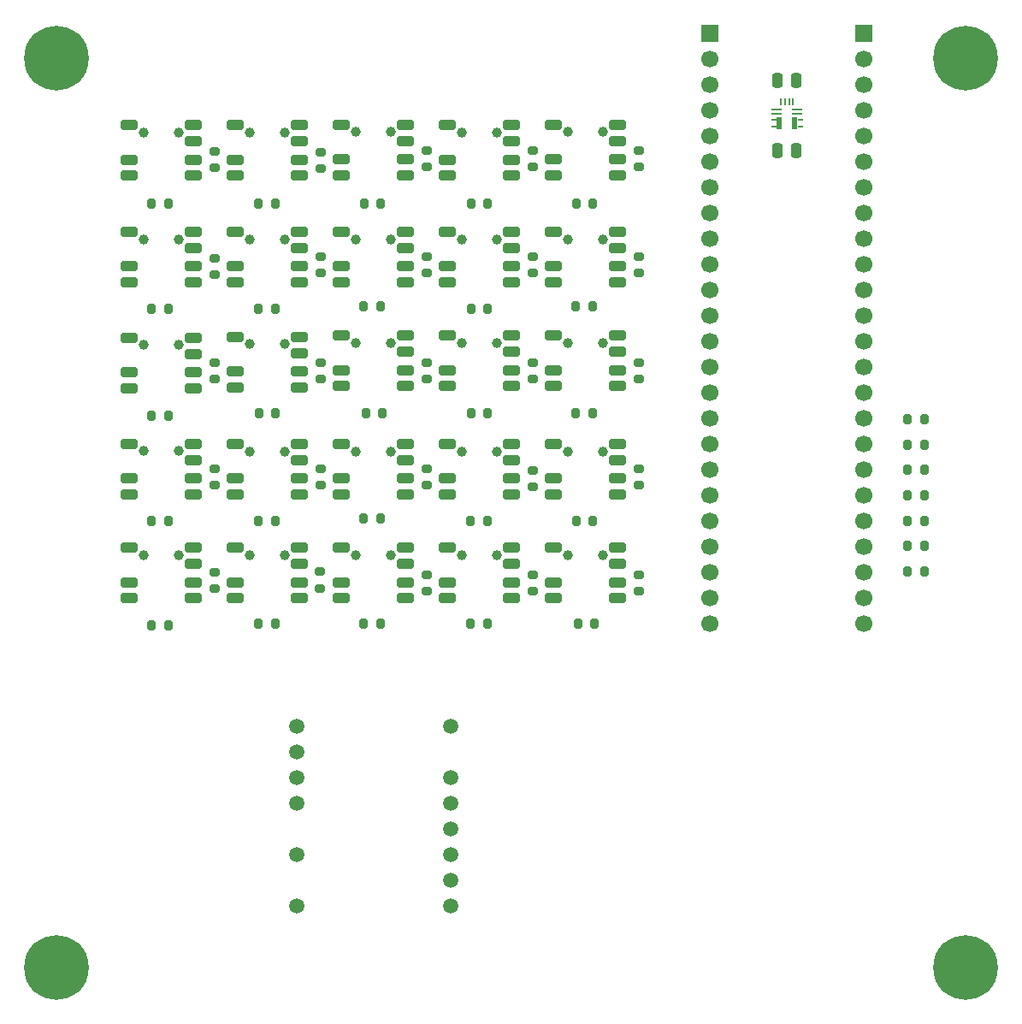
<source format=gbr>
%TF.GenerationSoftware,KiCad,Pcbnew,9.0.6*%
%TF.CreationDate,2026-02-05T23:01:48+01:00*%
%TF.ProjectId,BrakeoutBoard,4272616b-656f-4757-9442-6f6172642e6b,rev?*%
%TF.SameCoordinates,Original*%
%TF.FileFunction,Soldermask,Top*%
%TF.FilePolarity,Negative*%
%FSLAX46Y46*%
G04 Gerber Fmt 4.6, Leading zero omitted, Abs format (unit mm)*
G04 Created by KiCad (PCBNEW 9.0.6) date 2026-02-05 23:01:48*
%MOMM*%
%LPD*%
G01*
G04 APERTURE LIST*
G04 Aperture macros list*
%AMRoundRect*
0 Rectangle with rounded corners*
0 $1 Rounding radius*
0 $2 $3 $4 $5 $6 $7 $8 $9 X,Y pos of 4 corners*
0 Add a 4 corners polygon primitive as box body*
4,1,4,$2,$3,$4,$5,$6,$7,$8,$9,$2,$3,0*
0 Add four circle primitives for the rounded corners*
1,1,$1+$1,$2,$3*
1,1,$1+$1,$4,$5*
1,1,$1+$1,$6,$7*
1,1,$1+$1,$8,$9*
0 Add four rect primitives between the rounded corners*
20,1,$1+$1,$2,$3,$4,$5,0*
20,1,$1+$1,$4,$5,$6,$7,0*
20,1,$1+$1,$6,$7,$8,$9,0*
20,1,$1+$1,$8,$9,$2,$3,0*%
G04 Aperture macros list end*
%ADD10RoundRect,0.200000X-0.200000X-0.275000X0.200000X-0.275000X0.200000X0.275000X-0.200000X0.275000X0*%
%ADD11RoundRect,0.200000X-0.275000X0.200000X-0.275000X-0.200000X0.275000X-0.200000X0.275000X0.200000X0*%
%ADD12C,1.000000*%
%ADD13RoundRect,0.150000X-0.675000X-0.350000X0.675000X-0.350000X0.675000X0.350000X-0.675000X0.350000X0*%
%ADD14C,0.800000*%
%ADD15C,6.400000*%
%ADD16RoundRect,0.250000X0.250000X0.475000X-0.250000X0.475000X-0.250000X-0.475000X0.250000X-0.475000X0*%
%ADD17C,1.500000*%
%ADD18R,1.050000X0.200000*%
%ADD19R,0.500000X0.250000*%
%ADD20R,0.200000X0.700000*%
%ADD21R,0.550000X1.200000*%
%ADD22C,1.700000*%
%ADD23R,1.700000X1.700000*%
G04 APERTURE END LIST*
D10*
%TO.C,R8*%
X100100000Y-99500000D03*
X101750000Y-99500000D03*
%TD*%
%TO.C,R27*%
X174962500Y-104510000D03*
X176612500Y-104510000D03*
%TD*%
D11*
%TO.C,R36*%
X127312500Y-104837500D03*
X127312500Y-106487500D03*
%TD*%
%TO.C,R19*%
X116802500Y-104562500D03*
X116802500Y-106212500D03*
%TD*%
D10*
%TO.C,R35*%
X121125000Y-99300000D03*
X122775000Y-99300000D03*
%TD*%
D11*
%TO.C,R44*%
X137812500Y-94512500D03*
X137812500Y-96162500D03*
%TD*%
D10*
%TO.C,R31*%
X121100000Y-78300000D03*
X122750000Y-78300000D03*
%TD*%
%TO.C,R20*%
X110700000Y-109700000D03*
X112350000Y-109700000D03*
%TD*%
D11*
%TO.C,R50*%
X148312500Y-73362500D03*
X148312500Y-75012500D03*
%TD*%
%TO.C,R30*%
X127312500Y-73337500D03*
X127312500Y-74987500D03*
%TD*%
D12*
%TO.C,U20*%
X130812500Y-81887500D03*
X134312500Y-81887500D03*
D13*
X129387500Y-81187500D03*
X129387500Y-84587500D03*
X129387500Y-86187500D03*
X135737500Y-86187500D03*
X135737500Y-84587500D03*
X135737500Y-82787500D03*
X135737500Y-81187500D03*
%TD*%
D12*
%TO.C,U23*%
X141312500Y-61037500D03*
X144812500Y-61037500D03*
D13*
X139887500Y-60337500D03*
X139887500Y-63737500D03*
X139887500Y-65337500D03*
X146237500Y-65337500D03*
X146237500Y-63737500D03*
X146237500Y-61937500D03*
X146237500Y-60337500D03*
%TD*%
D10*
%TO.C,R21*%
X174962500Y-89450000D03*
X176612500Y-89450000D03*
%TD*%
%TO.C,R53*%
X142100000Y-88900000D03*
X143750000Y-88900000D03*
%TD*%
D12*
%TO.C,U3*%
X99312500Y-82087500D03*
X102812500Y-82087500D03*
D13*
X97887500Y-81387500D03*
X97887500Y-84787500D03*
X97887500Y-86387500D03*
X104237500Y-86387500D03*
X104237500Y-84787500D03*
X104237500Y-82987500D03*
X104237500Y-81387500D03*
%TD*%
D11*
%TO.C,R38*%
X137812500Y-62837500D03*
X137812500Y-64487500D03*
%TD*%
D10*
%TO.C,R45*%
X131700000Y-99500000D03*
X133350000Y-99500000D03*
%TD*%
D12*
%TO.C,U26*%
X141312500Y-92637500D03*
X144812500Y-92637500D03*
D13*
X139887500Y-91937500D03*
X139887500Y-95337500D03*
X139887500Y-96937500D03*
X146237500Y-96937500D03*
X146237500Y-95337500D03*
X146237500Y-93537500D03*
X146237500Y-91937500D03*
%TD*%
D12*
%TO.C,U10*%
X109812500Y-102887500D03*
X113312500Y-102887500D03*
D13*
X108387500Y-102187500D03*
X108387500Y-105587500D03*
X108387500Y-107187500D03*
X114737500Y-107187500D03*
X114737500Y-105587500D03*
X114737500Y-103787500D03*
X114737500Y-102187500D03*
%TD*%
D10*
%TO.C,R49*%
X142125000Y-68100000D03*
X143775000Y-68100000D03*
%TD*%
D12*
%TO.C,U24*%
X141312500Y-71637500D03*
X144812500Y-71637500D03*
D13*
X139887500Y-70937500D03*
X139887500Y-74337500D03*
X139887500Y-75937500D03*
X146237500Y-75937500D03*
X146237500Y-74337500D03*
X146237500Y-72537500D03*
X146237500Y-70937500D03*
%TD*%
D10*
%TO.C,R23*%
X174962500Y-94470000D03*
X176612500Y-94470000D03*
%TD*%
%TO.C,R57*%
X142300000Y-109700000D03*
X143950000Y-109700000D03*
%TD*%
D11*
%TO.C,R52*%
X148312500Y-83837500D03*
X148312500Y-85487500D03*
%TD*%
%TO.C,R32*%
X127312500Y-83837500D03*
X127312500Y-85487500D03*
%TD*%
D12*
%TO.C,U4*%
X99312500Y-92587500D03*
X102812500Y-92587500D03*
D13*
X97887500Y-91887500D03*
X97887500Y-95287500D03*
X97887500Y-96887500D03*
X104237500Y-96887500D03*
X104237500Y-95287500D03*
X104237500Y-93487500D03*
X104237500Y-91887500D03*
%TD*%
D10*
%TO.C,R47*%
X131700000Y-109700000D03*
X133350000Y-109700000D03*
%TD*%
D11*
%TO.C,R3*%
X106312500Y-73512500D03*
X106312500Y-75162500D03*
%TD*%
%TO.C,R34*%
X127312500Y-94337500D03*
X127312500Y-95987500D03*
%TD*%
D10*
%TO.C,R25*%
X174962500Y-99490000D03*
X176612500Y-99490000D03*
%TD*%
D14*
%TO.C,H3*%
X88312500Y-143700000D03*
X89015444Y-142002944D03*
X89015444Y-145397056D03*
X90712500Y-141300000D03*
D15*
X90712500Y-143700000D03*
D14*
X90712500Y-146100000D03*
X92409556Y-142002944D03*
X92409556Y-145397056D03*
X93112500Y-143700000D03*
%TD*%
D12*
%TO.C,U6*%
X109812500Y-61062500D03*
X113312500Y-61062500D03*
D13*
X108387500Y-60362500D03*
X108387500Y-63762500D03*
X108387500Y-65362500D03*
X114737500Y-65362500D03*
X114737500Y-63762500D03*
X114737500Y-61962500D03*
X114737500Y-60362500D03*
%TD*%
D11*
%TO.C,R28*%
X127312500Y-62837500D03*
X127312500Y-64487500D03*
%TD*%
D10*
%TO.C,R29*%
X121150000Y-68100000D03*
X122800000Y-68100000D03*
%TD*%
D11*
%TO.C,R46*%
X137812500Y-104837500D03*
X137812500Y-106487500D03*
%TD*%
D12*
%TO.C,U13*%
X120312500Y-61037500D03*
X123812500Y-61037500D03*
D13*
X118887500Y-60337500D03*
X118887500Y-63737500D03*
X118887500Y-65337500D03*
X125237500Y-65337500D03*
X125237500Y-63737500D03*
X125237500Y-61937500D03*
X125237500Y-60337500D03*
%TD*%
D12*
%TO.C,U19*%
X130812500Y-71637500D03*
X134312500Y-71637500D03*
D13*
X129387500Y-70937500D03*
X129387500Y-74337500D03*
X129387500Y-75937500D03*
X135737500Y-75937500D03*
X135737500Y-74337500D03*
X135737500Y-72537500D03*
X135737500Y-70937500D03*
%TD*%
D16*
%TO.C,C1*%
X163962500Y-55900000D03*
X162062500Y-55900000D03*
%TD*%
D12*
%TO.C,U25*%
X141312500Y-81887500D03*
X144812500Y-81887500D03*
D13*
X139887500Y-81187500D03*
X139887500Y-84587500D03*
X139887500Y-86187500D03*
X146237500Y-86187500D03*
X146237500Y-84587500D03*
X146237500Y-82787500D03*
X146237500Y-81187500D03*
%TD*%
D11*
%TO.C,R42*%
X137812500Y-83837500D03*
X137812500Y-85487500D03*
%TD*%
D10*
%TO.C,R41*%
X131725000Y-78500000D03*
X133375000Y-78500000D03*
%TD*%
%TO.C,R2*%
X100125000Y-68100000D03*
X101775000Y-68100000D03*
%TD*%
%TO.C,R39*%
X131725000Y-68100000D03*
X133375000Y-68100000D03*
%TD*%
D11*
%TO.C,R48*%
X148312500Y-62837500D03*
X148312500Y-64487500D03*
%TD*%
D10*
%TO.C,R55*%
X142125000Y-99500000D03*
X143775000Y-99500000D03*
%TD*%
D11*
%TO.C,R1*%
X106312500Y-62912500D03*
X106312500Y-64562500D03*
%TD*%
D10*
%TO.C,R10*%
X100125000Y-109900000D03*
X101775000Y-109900000D03*
%TD*%
%TO.C,R37*%
X121125000Y-109700000D03*
X122775000Y-109700000D03*
%TD*%
D12*
%TO.C,U9*%
X109812500Y-92637500D03*
X113312500Y-92637500D03*
D13*
X108387500Y-91937500D03*
X108387500Y-95337500D03*
X108387500Y-96937500D03*
X114737500Y-96937500D03*
X114737500Y-95337500D03*
X114737500Y-93537500D03*
X114737500Y-91937500D03*
%TD*%
D12*
%TO.C,U22*%
X130812500Y-102887500D03*
X134312500Y-102887500D03*
D13*
X129387500Y-102187500D03*
X129387500Y-105587500D03*
X129387500Y-107187500D03*
X135737500Y-107187500D03*
X135737500Y-105587500D03*
X135737500Y-103787500D03*
X135737500Y-102187500D03*
%TD*%
D11*
%TO.C,R9*%
X106312500Y-104587500D03*
X106312500Y-106237500D03*
%TD*%
D12*
%TO.C,U2*%
X99312500Y-71637500D03*
X102812500Y-71637500D03*
D13*
X97887500Y-70937500D03*
X97887500Y-74337500D03*
X97887500Y-75937500D03*
X104237500Y-75937500D03*
X104237500Y-74337500D03*
X104237500Y-72537500D03*
X104237500Y-70937500D03*
%TD*%
D10*
%TO.C,R4*%
X100100000Y-78500000D03*
X101750000Y-78500000D03*
%TD*%
D14*
%TO.C,H1*%
X88312500Y-53700000D03*
X89015444Y-52002944D03*
X89015444Y-55397056D03*
X90712500Y-51300000D03*
D15*
X90712500Y-53700000D03*
D14*
X90712500Y-56100000D03*
X92409556Y-52002944D03*
X92409556Y-55397056D03*
X93112500Y-53700000D03*
%TD*%
D11*
%TO.C,R15*%
X116812500Y-83837500D03*
X116812500Y-85487500D03*
%TD*%
D10*
%TO.C,R12*%
X110700000Y-68100000D03*
X112350000Y-68100000D03*
%TD*%
D12*
%TO.C,U1*%
X99312500Y-61062500D03*
X102812500Y-61062500D03*
D13*
X97887500Y-60362500D03*
X97887500Y-63762500D03*
X97887500Y-65362500D03*
X104237500Y-65362500D03*
X104237500Y-63762500D03*
X104237500Y-61962500D03*
X104237500Y-60362500D03*
%TD*%
D10*
%TO.C,R14*%
X110700000Y-78500000D03*
X112350000Y-78500000D03*
%TD*%
%TO.C,R43*%
X131725000Y-88900000D03*
X133375000Y-88900000D03*
%TD*%
D12*
%TO.C,U17*%
X120312500Y-102887500D03*
X123812500Y-102887500D03*
D13*
X118887500Y-102187500D03*
X118887500Y-105587500D03*
X118887500Y-107187500D03*
X125237500Y-107187500D03*
X125237500Y-105587500D03*
X125237500Y-103787500D03*
X125237500Y-102187500D03*
%TD*%
D12*
%TO.C,U16*%
X120312500Y-92637500D03*
X123812500Y-92637500D03*
D13*
X118887500Y-91937500D03*
X118887500Y-95337500D03*
X118887500Y-96937500D03*
X125237500Y-96937500D03*
X125237500Y-95337500D03*
X125237500Y-93537500D03*
X125237500Y-91937500D03*
%TD*%
D10*
%TO.C,R18*%
X110700000Y-99500000D03*
X112350000Y-99500000D03*
%TD*%
D11*
%TO.C,R56*%
X148312500Y-104837500D03*
X148312500Y-106487500D03*
%TD*%
D10*
%TO.C,R51*%
X142100000Y-78300000D03*
X143750000Y-78300000D03*
%TD*%
D17*
%TO.C,U12*%
X114442500Y-119810000D03*
X114442500Y-122350000D03*
X114442500Y-124890000D03*
X114442500Y-127430000D03*
X114442500Y-132510000D03*
X129682500Y-137590000D03*
X114442500Y-137590000D03*
X129682500Y-135050000D03*
X129682500Y-119810000D03*
X129682500Y-132510000D03*
X129682500Y-129970000D03*
X129682500Y-127430000D03*
X129682500Y-124890000D03*
%TD*%
D12*
%TO.C,U5*%
X99312500Y-102887500D03*
X102812500Y-102887500D03*
D13*
X97887500Y-102187500D03*
X97887500Y-105587500D03*
X97887500Y-107187500D03*
X104237500Y-107187500D03*
X104237500Y-105587500D03*
X104237500Y-103787500D03*
X104237500Y-102187500D03*
%TD*%
D12*
%TO.C,U8*%
X109812500Y-82037500D03*
X113312500Y-82037500D03*
D13*
X108387500Y-81337500D03*
X108387500Y-84737500D03*
X108387500Y-86337500D03*
X114737500Y-86337500D03*
X114737500Y-84737500D03*
X114737500Y-82937500D03*
X114737500Y-81337500D03*
%TD*%
D12*
%TO.C,U14*%
X120312500Y-71637500D03*
X123812500Y-71637500D03*
D13*
X118887500Y-70937500D03*
X118887500Y-74337500D03*
X118887500Y-75937500D03*
X125237500Y-75937500D03*
X125237500Y-74337500D03*
X125237500Y-72537500D03*
X125237500Y-70937500D03*
%TD*%
D11*
%TO.C,R11*%
X116812500Y-63012500D03*
X116812500Y-64662500D03*
%TD*%
D16*
%TO.C,C2*%
X163962500Y-62900000D03*
X162062500Y-62900000D03*
%TD*%
D12*
%TO.C,U27*%
X141312500Y-102887500D03*
X144812500Y-102887500D03*
D13*
X139887500Y-102187500D03*
X139887500Y-105587500D03*
X139887500Y-107187500D03*
X146237500Y-107187500D03*
X146237500Y-105587500D03*
X146237500Y-103787500D03*
X146237500Y-102187500D03*
%TD*%
D12*
%TO.C,U7*%
X109822500Y-71637500D03*
X113322500Y-71637500D03*
D13*
X108397500Y-70937500D03*
X108397500Y-74337500D03*
X108397500Y-75937500D03*
X114747500Y-75937500D03*
X114747500Y-74337500D03*
X114747500Y-72537500D03*
X114747500Y-70937500D03*
%TD*%
D14*
%TO.C,H4*%
X178312500Y-143700000D03*
X179015444Y-142002944D03*
X179015444Y-145397056D03*
X180712500Y-141300000D03*
D15*
X180712500Y-143700000D03*
D14*
X180712500Y-146100000D03*
X182409556Y-142002944D03*
X182409556Y-145397056D03*
X183112500Y-143700000D03*
%TD*%
%TO.C,H2*%
X178312500Y-53700000D03*
X179015444Y-52002944D03*
X179015444Y-55397056D03*
X180712500Y-51300000D03*
D15*
X180712500Y-53700000D03*
D14*
X180712500Y-56100000D03*
X182409556Y-52002944D03*
X182409556Y-55397056D03*
X183112500Y-53700000D03*
%TD*%
D12*
%TO.C,U21*%
X130812500Y-92637500D03*
X134312500Y-92637500D03*
D13*
X129387500Y-91937500D03*
X129387500Y-95337500D03*
X129387500Y-96937500D03*
X135737500Y-96937500D03*
X135737500Y-95337500D03*
X135737500Y-93537500D03*
X135737500Y-91937500D03*
%TD*%
D11*
%TO.C,R40*%
X137812500Y-73337500D03*
X137812500Y-74987500D03*
%TD*%
D18*
%TO.C,IC1*%
X161987500Y-58800000D03*
X161987500Y-59200000D03*
D19*
X161712500Y-59850000D03*
X161712500Y-60500000D03*
X164312500Y-60500000D03*
X164312500Y-59850000D03*
D18*
X164037500Y-59200000D03*
X164037500Y-58800000D03*
D20*
X163612500Y-58050000D03*
X163212500Y-58050000D03*
X162812500Y-58050000D03*
X162412500Y-58050000D03*
D21*
X162237500Y-60175000D03*
X163787500Y-60175000D03*
%TD*%
D10*
%TO.C,R6*%
X100100000Y-89100000D03*
X101750000Y-89100000D03*
%TD*%
D11*
%TO.C,R7*%
X106312500Y-94362500D03*
X106312500Y-96012500D03*
%TD*%
D10*
%TO.C,R22*%
X174962500Y-91960000D03*
X176612500Y-91960000D03*
%TD*%
D11*
%TO.C,R5*%
X106312500Y-83837500D03*
X106312500Y-85487500D03*
%TD*%
D10*
%TO.C,R24*%
X174962500Y-96980000D03*
X176612500Y-96980000D03*
%TD*%
D12*
%TO.C,U15*%
X120312500Y-81887500D03*
X123812500Y-81887500D03*
D13*
X118887500Y-81187500D03*
X118887500Y-84587500D03*
X118887500Y-86187500D03*
X125237500Y-86187500D03*
X125237500Y-84587500D03*
X125237500Y-82787500D03*
X125237500Y-81187500D03*
%TD*%
D22*
%TO.C,U11*%
X170582500Y-109670000D03*
X170582500Y-107130000D03*
X170582500Y-104590000D03*
X170582500Y-102050000D03*
X170582500Y-99510000D03*
X170582500Y-96970000D03*
X170582500Y-94430000D03*
X170582500Y-91890000D03*
X170582500Y-89350000D03*
X170582500Y-86810000D03*
X170582500Y-84270000D03*
X170582500Y-81730000D03*
X170582500Y-79190000D03*
X170582500Y-76650000D03*
X170582500Y-74110000D03*
X170582500Y-71570000D03*
X170582500Y-69030000D03*
X170582500Y-66490000D03*
X170582500Y-63950000D03*
X170582500Y-61410000D03*
X170582500Y-58870000D03*
X170582500Y-56330000D03*
X170582500Y-53790000D03*
D23*
X170582500Y-51250000D03*
X155342500Y-51250000D03*
D22*
X155342500Y-53790000D03*
X155342500Y-56330000D03*
X155342500Y-58870000D03*
X155342500Y-61410000D03*
X155342500Y-63950000D03*
X155342500Y-66490000D03*
X155342500Y-69030000D03*
X155342500Y-71570000D03*
X155342500Y-74110000D03*
X155342500Y-76650000D03*
X155342500Y-79190000D03*
X155342500Y-81730000D03*
X155342500Y-84270000D03*
X155342500Y-86810000D03*
X155342500Y-89350000D03*
X155342500Y-91890000D03*
X155342500Y-94430000D03*
X155342500Y-96970000D03*
X155342500Y-99510000D03*
X155342500Y-102050000D03*
X155342500Y-104590000D03*
X155342500Y-107130000D03*
X155342500Y-109670000D03*
%TD*%
D10*
%TO.C,R33*%
X121300000Y-88900000D03*
X122950000Y-88900000D03*
%TD*%
D11*
%TO.C,R54*%
X148312500Y-94337500D03*
X148312500Y-95987500D03*
%TD*%
D12*
%TO.C,U18*%
X130812500Y-61062500D03*
X134312500Y-61062500D03*
D13*
X129387500Y-60362500D03*
X129387500Y-63762500D03*
X129387500Y-65362500D03*
X135737500Y-65362500D03*
X135737500Y-63762500D03*
X135737500Y-61962500D03*
X135737500Y-60362500D03*
%TD*%
D10*
%TO.C,R26*%
X174962500Y-102000000D03*
X176612500Y-102000000D03*
%TD*%
%TO.C,R16*%
X110750000Y-88900000D03*
X112400000Y-88900000D03*
%TD*%
D11*
%TO.C,R13*%
X116812500Y-73337500D03*
X116812500Y-74987500D03*
%TD*%
%TO.C,R17*%
X116812500Y-94337500D03*
X116812500Y-95987500D03*
%TD*%
M02*

</source>
